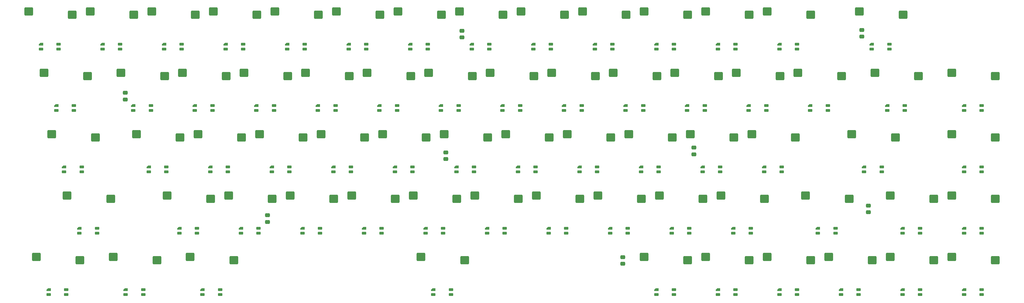
<source format=gbr>
%TF.GenerationSoftware,KiCad,Pcbnew,9.0.2*%
%TF.CreationDate,2025-07-27T20:58:08-05:00*%
%TF.ProjectId,modern-keyboard,6d6f6465-726e-42d6-9b65-79626f617264,rev?*%
%TF.SameCoordinates,Original*%
%TF.FileFunction,Paste,Bot*%
%TF.FilePolarity,Positive*%
%FSLAX46Y46*%
G04 Gerber Fmt 4.6, Leading zero omitted, Abs format (unit mm)*
G04 Created by KiCad (PCBNEW 9.0.2) date 2025-07-27 20:58:08*
%MOMM*%
%LPD*%
G01*
G04 APERTURE LIST*
G04 Aperture macros list*
%AMRoundRect*
0 Rectangle with rounded corners*
0 $1 Rounding radius*
0 $2 $3 $4 $5 $6 $7 $8 $9 X,Y pos of 4 corners*
0 Add a 4 corners polygon primitive as box body*
4,1,4,$2,$3,$4,$5,$6,$7,$8,$9,$2,$3,0*
0 Add four circle primitives for the rounded corners*
1,1,$1+$1,$2,$3*
1,1,$1+$1,$4,$5*
1,1,$1+$1,$6,$7*
1,1,$1+$1,$8,$9*
0 Add four rect primitives between the rounded corners*
20,1,$1+$1,$2,$3,$4,$5,0*
20,1,$1+$1,$4,$5,$6,$7,0*
20,1,$1+$1,$6,$7,$8,$9,0*
20,1,$1+$1,$8,$9,$2,$3,0*%
%AMFreePoly0*
4,1,18,-0.410000,0.593000,-0.403758,0.624380,-0.385983,0.650983,-0.359380,0.668758,-0.328000,0.675000,0.328000,0.675000,0.359380,0.668758,0.385983,0.650983,0.403758,0.624380,0.410000,0.593000,0.410000,-0.593000,0.403758,-0.624380,0.385983,-0.650983,0.359380,-0.668758,0.328000,-0.675000,0.000000,-0.675000,-0.410000,-0.265000,-0.410000,0.593000,-0.410000,0.593000,$1*%
G04 Aperture macros list end*
%ADD10RoundRect,0.255000X-1.070000X-1.020000X1.070000X-1.020000X1.070000X1.020000X-1.070000X1.020000X0*%
%ADD11RoundRect,0.082000X-0.593000X0.328000X-0.593000X-0.328000X0.593000X-0.328000X0.593000X0.328000X0*%
%ADD12FreePoly0,270.000000*%
%ADD13RoundRect,0.250000X-0.475000X0.337500X-0.475000X-0.337500X0.475000X-0.337500X0.475000X0.337500X0*%
G04 APERTURE END LIST*
D10*
%TO.C,SW36*%
X257175000Y-273843750D03*
X243685000Y-272793750D03*
%TD*%
%TO.C,SW6*%
X223837500Y-235743750D03*
X210347500Y-234693750D03*
%TD*%
%TO.C,SW42*%
X383381250Y-273843750D03*
X369891250Y-272793750D03*
%TD*%
D11*
%TO.C,LED66*%
X391062500Y-322570000D03*
X391062500Y-321070000D03*
X385612500Y-322570000D03*
D12*
X385612500Y-321070000D03*
%TD*%
D11*
%TO.C,LED44*%
X136268750Y-303520000D03*
X136268750Y-302020000D03*
X130818750Y-303520000D03*
D12*
X130818750Y-302020000D03*
%TD*%
D13*
%TO.C,C5*%
X189000000Y-297962500D03*
X189000000Y-300037500D03*
%TD*%
D11*
%TO.C,LED1*%
X124362500Y-246370000D03*
X124362500Y-244870000D03*
X118912500Y-246370000D03*
D12*
X118912500Y-244870000D03*
%TD*%
D11*
%TO.C,LED17*%
X171987500Y-265420000D03*
X171987500Y-263920000D03*
X166537500Y-265420000D03*
D12*
X166537500Y-263920000D03*
%TD*%
D13*
%TO.C,C3*%
X373000000Y-240462500D03*
X373000000Y-242537500D03*
%TD*%
D11*
%TO.C,LED43*%
X410112500Y-284470000D03*
X410112500Y-282970000D03*
X404662500Y-284470000D03*
D12*
X404662500Y-282970000D03*
%TD*%
D11*
%TO.C,LED53*%
X319625000Y-303520000D03*
X319625000Y-302020000D03*
X314175000Y-303520000D03*
D12*
X314175000Y-302020000D03*
%TD*%
D10*
%TO.C,SW45*%
X171450000Y-292893750D03*
X157960000Y-291843750D03*
%TD*%
%TO.C,SW47*%
X209550000Y-292893750D03*
X196060000Y-291843750D03*
%TD*%
%TO.C,SW39*%
X314325000Y-273843750D03*
X300835000Y-272793750D03*
%TD*%
%TO.C,SW63*%
X338137500Y-311943750D03*
X324647500Y-310893750D03*
%TD*%
D11*
%TO.C,LED41*%
X348200000Y-284470000D03*
X348200000Y-282970000D03*
X342750000Y-284470000D03*
D12*
X342750000Y-282970000D03*
%TD*%
D10*
%TO.C,SW24*%
X309562500Y-254793750D03*
X296072500Y-253743750D03*
%TD*%
%TO.C,SW48*%
X228600000Y-292893750D03*
X215110000Y-291843750D03*
%TD*%
D11*
%TO.C,LED48*%
X224375000Y-303520000D03*
X224375000Y-302020000D03*
X218925000Y-303520000D03*
D12*
X218925000Y-302020000D03*
%TD*%
D11*
%TO.C,LED47*%
X205325000Y-303520000D03*
X205325000Y-302020000D03*
X199875000Y-303520000D03*
D12*
X199875000Y-302020000D03*
%TD*%
D10*
%TO.C,SW31*%
X161925000Y-273843750D03*
X148435000Y-272793750D03*
%TD*%
%TO.C,SW28*%
X390525000Y-254793750D03*
X377035000Y-253743750D03*
%TD*%
%TO.C,SW43*%
X414337500Y-273843750D03*
X400847500Y-272793750D03*
%TD*%
D11*
%TO.C,LED58*%
X126743750Y-322570000D03*
X126743750Y-321070000D03*
X121293750Y-322570000D03*
D12*
X121293750Y-321070000D03*
%TD*%
D11*
%TO.C,LED26*%
X343437500Y-265420000D03*
X343437500Y-263920000D03*
X337987500Y-265420000D03*
D12*
X337987500Y-263920000D03*
%TD*%
D10*
%TO.C,SW54*%
X342900000Y-292893750D03*
X329410000Y-291843750D03*
%TD*%
%TO.C,SW50*%
X266700000Y-292893750D03*
X253210000Y-291843750D03*
%TD*%
%TO.C,SW59*%
X154781250Y-311943750D03*
X141291250Y-310893750D03*
%TD*%
%TO.C,SW3*%
X166687500Y-235743750D03*
X153197500Y-234693750D03*
%TD*%
%TO.C,SW55*%
X369093750Y-292893750D03*
X355603750Y-291843750D03*
%TD*%
%TO.C,SW9*%
X280987500Y-235743750D03*
X267497500Y-234693750D03*
%TD*%
%TO.C,SW65*%
X376237500Y-311943750D03*
X362747500Y-310893750D03*
%TD*%
D11*
%TO.C,LED5*%
X200562500Y-246370000D03*
X200562500Y-244870000D03*
X195112500Y-246370000D03*
D12*
X195112500Y-244870000D03*
%TD*%
D11*
%TO.C,LED25*%
X324387500Y-265420000D03*
X324387500Y-263920000D03*
X318937500Y-265420000D03*
D12*
X318937500Y-263920000D03*
%TD*%
D11*
%TO.C,LED61*%
X245806250Y-322570000D03*
X245806250Y-321070000D03*
X240356250Y-322570000D03*
D12*
X240356250Y-321070000D03*
%TD*%
D10*
%TO.C,SW64*%
X357187500Y-311943750D03*
X343697500Y-310893750D03*
%TD*%
%TO.C,SW7*%
X242887500Y-235743750D03*
X229397500Y-234693750D03*
%TD*%
D13*
%TO.C,C1*%
X145000000Y-259962500D03*
X145000000Y-262037500D03*
%TD*%
D11*
%TO.C,LED52*%
X300575000Y-303520000D03*
X300575000Y-302020000D03*
X295125000Y-303520000D03*
D12*
X295125000Y-302020000D03*
%TD*%
D10*
%TO.C,SW33*%
X200025000Y-273843750D03*
X186535000Y-272793750D03*
%TD*%
D13*
%TO.C,C8*%
X249250000Y-240712500D03*
X249250000Y-242787500D03*
%TD*%
D11*
%TO.C,LED12*%
X333912500Y-246370000D03*
X333912500Y-244870000D03*
X328462500Y-246370000D03*
D12*
X328462500Y-244870000D03*
%TD*%
D11*
%TO.C,LED27*%
X362487500Y-265420000D03*
X362487500Y-263920000D03*
X357037500Y-265420000D03*
D12*
X357037500Y-263920000D03*
%TD*%
D11*
%TO.C,LED30*%
X131506250Y-284470000D03*
X131506250Y-282970000D03*
X126056250Y-284470000D03*
D12*
X126056250Y-282970000D03*
%TD*%
D10*
%TO.C,SW30*%
X135731250Y-273843750D03*
X122241250Y-272793750D03*
%TD*%
%TO.C,SW18*%
X195262500Y-254793750D03*
X181772500Y-253743750D03*
%TD*%
D11*
%TO.C,LED8*%
X257712500Y-246370000D03*
X257712500Y-244870000D03*
X252262500Y-246370000D03*
D12*
X252262500Y-244870000D03*
%TD*%
D11*
%TO.C,LED9*%
X276762500Y-246370000D03*
X276762500Y-244870000D03*
X271312500Y-246370000D03*
D12*
X271312500Y-244870000D03*
%TD*%
D11*
%TO.C,LED65*%
X372012500Y-322570000D03*
X372012500Y-321070000D03*
X366562500Y-322570000D03*
D12*
X366562500Y-321070000D03*
%TD*%
D10*
%TO.C,SW29*%
X414337500Y-254793750D03*
X400847500Y-253743750D03*
%TD*%
D11*
%TO.C,LED55*%
X364868750Y-303520000D03*
X364868750Y-302020000D03*
X359418750Y-303520000D03*
D12*
X359418750Y-302020000D03*
%TD*%
D10*
%TO.C,SW12*%
X338137500Y-235743750D03*
X324647500Y-234693750D03*
%TD*%
D13*
%TO.C,C6*%
X375000000Y-294962500D03*
X375000000Y-297037500D03*
%TD*%
D11*
%TO.C,LED34*%
X214850000Y-284470000D03*
X214850000Y-282970000D03*
X209400000Y-284470000D03*
D12*
X209400000Y-282970000D03*
%TD*%
D10*
%TO.C,SW41*%
X352425000Y-273843750D03*
X338935000Y-272793750D03*
%TD*%
%TO.C,SW19*%
X214312500Y-254793750D03*
X200822500Y-253743750D03*
%TD*%
%TO.C,SW10*%
X300037500Y-235743750D03*
X286547500Y-234693750D03*
%TD*%
%TO.C,SW51*%
X285750000Y-292893750D03*
X272260000Y-291843750D03*
%TD*%
D11*
%TO.C,LED49*%
X243425000Y-303520000D03*
X243425000Y-302020000D03*
X237975000Y-303520000D03*
D12*
X237975000Y-302020000D03*
%TD*%
D11*
%TO.C,LED29*%
X410112500Y-265420000D03*
X410112500Y-263920000D03*
X404662500Y-265420000D03*
D12*
X404662500Y-263920000D03*
%TD*%
D11*
%TO.C,LED22*%
X267237500Y-265420000D03*
X267237500Y-263920000D03*
X261787500Y-265420000D03*
D12*
X261787500Y-263920000D03*
%TD*%
D11*
%TO.C,LED2*%
X143412500Y-246370000D03*
X143412500Y-244870000D03*
X137962500Y-246370000D03*
D12*
X137962500Y-244870000D03*
%TD*%
D11*
%TO.C,LED59*%
X150556250Y-322570000D03*
X150556250Y-321070000D03*
X145106250Y-322570000D03*
D12*
X145106250Y-321070000D03*
%TD*%
D11*
%TO.C,LED19*%
X210087500Y-265420000D03*
X210087500Y-263920000D03*
X204637500Y-265420000D03*
D12*
X204637500Y-263920000D03*
%TD*%
D11*
%TO.C,LED6*%
X219612500Y-246370000D03*
X219612500Y-244870000D03*
X214162500Y-246370000D03*
D12*
X214162500Y-244870000D03*
%TD*%
D10*
%TO.C,SW5*%
X204787500Y-235743750D03*
X191297500Y-234693750D03*
%TD*%
%TO.C,SW67*%
X414337500Y-311943750D03*
X400847500Y-310893750D03*
%TD*%
%TO.C,SW53*%
X323850000Y-292893750D03*
X310360000Y-291843750D03*
%TD*%
D11*
%TO.C,LED42*%
X379156250Y-284470000D03*
X379156250Y-282970000D03*
X373706250Y-284470000D03*
D12*
X373706250Y-282970000D03*
%TD*%
D11*
%TO.C,LED63*%
X333912500Y-322570000D03*
X333912500Y-321070000D03*
X328462500Y-322570000D03*
D12*
X328462500Y-321070000D03*
%TD*%
D11*
%TO.C,LED28*%
X386300000Y-265420000D03*
X386300000Y-263920000D03*
X380850000Y-265420000D03*
D12*
X380850000Y-263920000D03*
%TD*%
D10*
%TO.C,SW34*%
X219075000Y-273843750D03*
X205585000Y-272793750D03*
%TD*%
%TO.C,SW46*%
X190500000Y-292893750D03*
X177010000Y-291843750D03*
%TD*%
D11*
%TO.C,LED21*%
X248187500Y-265420000D03*
X248187500Y-263920000D03*
X242737500Y-265420000D03*
D12*
X242737500Y-263920000D03*
%TD*%
D10*
%TO.C,SW57*%
X414337500Y-292893750D03*
X400847500Y-291843750D03*
%TD*%
D11*
%TO.C,LED33*%
X195800000Y-284470000D03*
X195800000Y-282970000D03*
X190350000Y-284470000D03*
D12*
X190350000Y-282970000D03*
%TD*%
D11*
%TO.C,LED16*%
X152937500Y-265420000D03*
X152937500Y-263920000D03*
X147487500Y-265420000D03*
D12*
X147487500Y-263920000D03*
%TD*%
D11*
%TO.C,LED57*%
X410112500Y-303520000D03*
X410112500Y-302020000D03*
X404662500Y-303520000D03*
D12*
X404662500Y-302020000D03*
%TD*%
D11*
%TO.C,LED50*%
X262475000Y-303520000D03*
X262475000Y-302020000D03*
X257025000Y-303520000D03*
D12*
X257025000Y-302020000D03*
%TD*%
D10*
%TO.C,SW66*%
X395287500Y-311943750D03*
X381797500Y-310893750D03*
%TD*%
%TO.C,SW32*%
X180975000Y-273843750D03*
X167485000Y-272793750D03*
%TD*%
D11*
%TO.C,LED46*%
X186275000Y-303520000D03*
X186275000Y-302020000D03*
X180825000Y-303520000D03*
D12*
X180825000Y-302020000D03*
%TD*%
D10*
%TO.C,SW8*%
X261937500Y-235743750D03*
X248447500Y-234693750D03*
%TD*%
%TO.C,SW38*%
X295275000Y-273843750D03*
X281785000Y-272793750D03*
%TD*%
%TO.C,SW26*%
X347662500Y-254793750D03*
X334172500Y-253743750D03*
%TD*%
%TO.C,SW62*%
X319087500Y-311943750D03*
X305597500Y-310893750D03*
%TD*%
%TO.C,SW52*%
X304800000Y-292893750D03*
X291310000Y-291843750D03*
%TD*%
D11*
%TO.C,LED7*%
X238662500Y-246370000D03*
X238662500Y-244870000D03*
X233212500Y-246370000D03*
D12*
X233212500Y-244870000D03*
%TD*%
D10*
%TO.C,SW44*%
X140493750Y-292893750D03*
X127003750Y-291843750D03*
%TD*%
D11*
%TO.C,LED38*%
X291050000Y-284470000D03*
X291050000Y-282970000D03*
X285600000Y-284470000D03*
D12*
X285600000Y-282970000D03*
%TD*%
D10*
%TO.C,SW25*%
X328612500Y-254793750D03*
X315122500Y-253743750D03*
%TD*%
%TO.C,SW15*%
X133350000Y-254793750D03*
X119860000Y-253743750D03*
%TD*%
D11*
%TO.C,LED18*%
X191037500Y-265420000D03*
X191037500Y-263920000D03*
X185587500Y-265420000D03*
D12*
X185587500Y-263920000D03*
%TD*%
D11*
%TO.C,LED51*%
X281525000Y-303520000D03*
X281525000Y-302020000D03*
X276075000Y-303520000D03*
D12*
X276075000Y-302020000D03*
%TD*%
D11*
%TO.C,LED4*%
X181512500Y-246370000D03*
X181512500Y-244870000D03*
X176062500Y-246370000D03*
D12*
X176062500Y-244870000D03*
%TD*%
D11*
%TO.C,LED35*%
X233900000Y-284470000D03*
X233900000Y-282970000D03*
X228450000Y-284470000D03*
D12*
X228450000Y-282970000D03*
%TD*%
D10*
%TO.C,SW35*%
X238125000Y-273843750D03*
X224635000Y-272793750D03*
%TD*%
D11*
%TO.C,LED37*%
X272000000Y-284470000D03*
X272000000Y-282970000D03*
X266550000Y-284470000D03*
D12*
X266550000Y-282970000D03*
%TD*%
D10*
%TO.C,SW20*%
X233362500Y-254793750D03*
X219872500Y-253743750D03*
%TD*%
%TO.C,SW61*%
X250031250Y-311943750D03*
X236541250Y-310893750D03*
%TD*%
%TO.C,SW27*%
X366712500Y-254793750D03*
X353222500Y-253743750D03*
%TD*%
D11*
%TO.C,LED3*%
X162462500Y-246370000D03*
X162462500Y-244870000D03*
X157012500Y-246370000D03*
D12*
X157012500Y-244870000D03*
%TD*%
D11*
%TO.C,LED45*%
X167225000Y-303520000D03*
X167225000Y-302020000D03*
X161775000Y-303520000D03*
D12*
X161775000Y-302020000D03*
%TD*%
D10*
%TO.C,SW22*%
X271462500Y-254793750D03*
X257972500Y-253743750D03*
%TD*%
D11*
%TO.C,LED31*%
X157700000Y-284470000D03*
X157700000Y-282970000D03*
X152250000Y-284470000D03*
D12*
X152250000Y-282970000D03*
%TD*%
D11*
%TO.C,LED15*%
X129125000Y-265420000D03*
X129125000Y-263920000D03*
X123675000Y-265420000D03*
D12*
X123675000Y-263920000D03*
%TD*%
D11*
%TO.C,LED60*%
X174368750Y-322570000D03*
X174368750Y-321070000D03*
X168918750Y-322570000D03*
D12*
X168918750Y-321070000D03*
%TD*%
D10*
%TO.C,SW16*%
X157162500Y-254793750D03*
X143672500Y-253743750D03*
%TD*%
D11*
%TO.C,LED54*%
X338675000Y-303520000D03*
X338675000Y-302020000D03*
X333225000Y-303520000D03*
D12*
X333225000Y-302020000D03*
%TD*%
D11*
%TO.C,LED13*%
X352962500Y-246370000D03*
X352962500Y-244870000D03*
X347512500Y-246370000D03*
D12*
X347512500Y-244870000D03*
%TD*%
D10*
%TO.C,SW2*%
X147637500Y-235743750D03*
X134147500Y-234693750D03*
%TD*%
%TO.C,SW49*%
X247650000Y-292893750D03*
X234160000Y-291843750D03*
%TD*%
%TO.C,SW40*%
X333375000Y-273843750D03*
X319885000Y-272793750D03*
%TD*%
%TO.C,SW4*%
X185737500Y-235743750D03*
X172247500Y-234693750D03*
%TD*%
D11*
%TO.C,LED67*%
X410112500Y-322570000D03*
X410112500Y-321070000D03*
X404662500Y-322570000D03*
D12*
X404662500Y-321070000D03*
%TD*%
D11*
%TO.C,LED10*%
X295812500Y-246370000D03*
X295812500Y-244870000D03*
X290362500Y-246370000D03*
D12*
X290362500Y-244870000D03*
%TD*%
D11*
%TO.C,LED62*%
X314862500Y-322570000D03*
X314862500Y-321070000D03*
X309412500Y-322570000D03*
D12*
X309412500Y-321070000D03*
%TD*%
D11*
%TO.C,LED36*%
X252950000Y-284470000D03*
X252950000Y-282970000D03*
X247500000Y-284470000D03*
D12*
X247500000Y-282970000D03*
%TD*%
D11*
%TO.C,LED23*%
X286287500Y-265420000D03*
X286287500Y-263920000D03*
X280837500Y-265420000D03*
D12*
X280837500Y-263920000D03*
%TD*%
D10*
%TO.C,SW14*%
X385762500Y-235743750D03*
X372272500Y-234693750D03*
%TD*%
D11*
%TO.C,LED40*%
X329150000Y-284470000D03*
X329150000Y-282970000D03*
X323700000Y-284470000D03*
D12*
X323700000Y-282970000D03*
%TD*%
D10*
%TO.C,SW1*%
X128587500Y-235743750D03*
X115097500Y-234693750D03*
%TD*%
%TO.C,SW17*%
X176212500Y-254793750D03*
X162722500Y-253743750D03*
%TD*%
%TO.C,SW13*%
X357187500Y-235743750D03*
X343697500Y-234693750D03*
%TD*%
%TO.C,SW21*%
X252412500Y-254793750D03*
X238922500Y-253743750D03*
%TD*%
%TO.C,SW56*%
X395287500Y-292893750D03*
X381797500Y-291843750D03*
%TD*%
%TO.C,SW60*%
X178593750Y-311943750D03*
X165103750Y-310893750D03*
%TD*%
D11*
%TO.C,LED11*%
X314862500Y-246370000D03*
X314862500Y-244870000D03*
X309412500Y-246370000D03*
D12*
X309412500Y-244870000D03*
%TD*%
D10*
%TO.C,SW37*%
X276225000Y-273843750D03*
X262735000Y-272793750D03*
%TD*%
D11*
%TO.C,LED20*%
X229137500Y-265420000D03*
X229137500Y-263920000D03*
X223687500Y-265420000D03*
D12*
X223687500Y-263920000D03*
%TD*%
D13*
%TO.C,C2*%
X321000000Y-276962500D03*
X321000000Y-279037500D03*
%TD*%
D11*
%TO.C,LED56*%
X391062500Y-303520000D03*
X391062500Y-302020000D03*
X385612500Y-303520000D03*
D12*
X385612500Y-302020000D03*
%TD*%
D10*
%TO.C,SW11*%
X319087500Y-235743750D03*
X305597500Y-234693750D03*
%TD*%
D11*
%TO.C,LED32*%
X176750000Y-284470000D03*
X176750000Y-282970000D03*
X171300000Y-284470000D03*
D12*
X171300000Y-282970000D03*
%TD*%
D10*
%TO.C,SW23*%
X290512500Y-254793750D03*
X277022500Y-253743750D03*
%TD*%
D11*
%TO.C,LED14*%
X381537500Y-246370000D03*
X381537500Y-244870000D03*
X376087500Y-246370000D03*
D12*
X376087500Y-244870000D03*
%TD*%
D10*
%TO.C,SW58*%
X130968750Y-311943750D03*
X117478750Y-310893750D03*
%TD*%
D11*
%TO.C,LED24*%
X305337500Y-265420000D03*
X305337500Y-263920000D03*
X299887500Y-265420000D03*
D12*
X299887500Y-263920000D03*
%TD*%
D11*
%TO.C,LED64*%
X352962500Y-322570000D03*
X352962500Y-321070000D03*
X347512500Y-322570000D03*
D12*
X347512500Y-321070000D03*
%TD*%
D13*
%TO.C,C7*%
X299000000Y-310962500D03*
X299000000Y-313037500D03*
%TD*%
D11*
%TO.C,LED39*%
X310100000Y-284470000D03*
X310100000Y-282970000D03*
X304650000Y-284470000D03*
D12*
X304650000Y-282970000D03*
%TD*%
D13*
%TO.C,C4*%
X244250000Y-278462500D03*
X244250000Y-280537500D03*
%TD*%
M02*

</source>
